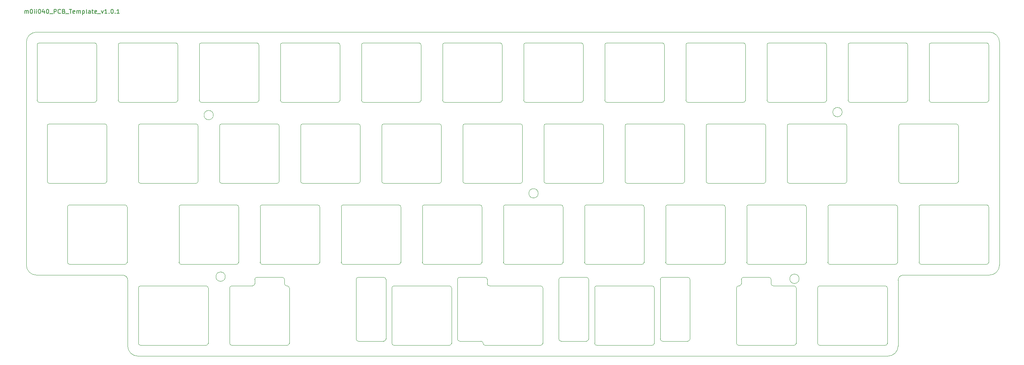
<source format=gbr>
%TF.GenerationSoftware,KiCad,Pcbnew,(7.0.0-0)*%
%TF.CreationDate,2023-04-18T10:09:11-04:00*%
%TF.ProjectId,plate,706c6174-652e-46b6-9963-61645f706362,rev?*%
%TF.SameCoordinates,Original*%
%TF.FileFunction,Profile,NP*%
%FSLAX46Y46*%
G04 Gerber Fmt 4.6, Leading zero omitted, Abs format (unit mm)*
G04 Created by KiCad (PCBNEW (7.0.0-0)) date 2023-04-18 10:09:11*
%MOMM*%
%LPD*%
G01*
G04 APERTURE LIST*
%ADD10C,0.150000*%
%TA.AperFunction,Profile*%
%ADD11C,0.010000*%
%TD*%
%TA.AperFunction,Profile*%
%ADD12C,0.100000*%
%TD*%
G04 APERTURE END LIST*
D10*
%TO.C,REF\u002A\u002A*%
X35795387Y-60379880D02*
X35795387Y-59713214D01*
X35795387Y-59808452D02*
X35843006Y-59760833D01*
X35843006Y-59760833D02*
X35938244Y-59713214D01*
X35938244Y-59713214D02*
X36081101Y-59713214D01*
X36081101Y-59713214D02*
X36176339Y-59760833D01*
X36176339Y-59760833D02*
X36223958Y-59856071D01*
X36223958Y-59856071D02*
X36223958Y-60379880D01*
X36223958Y-59856071D02*
X36271577Y-59760833D01*
X36271577Y-59760833D02*
X36366815Y-59713214D01*
X36366815Y-59713214D02*
X36509672Y-59713214D01*
X36509672Y-59713214D02*
X36604911Y-59760833D01*
X36604911Y-59760833D02*
X36652530Y-59856071D01*
X36652530Y-59856071D02*
X36652530Y-60379880D01*
X37319196Y-59379880D02*
X37414434Y-59379880D01*
X37414434Y-59379880D02*
X37509672Y-59427500D01*
X37509672Y-59427500D02*
X37557291Y-59475119D01*
X37557291Y-59475119D02*
X37604910Y-59570357D01*
X37604910Y-59570357D02*
X37652529Y-59760833D01*
X37652529Y-59760833D02*
X37652529Y-59998928D01*
X37652529Y-59998928D02*
X37604910Y-60189404D01*
X37604910Y-60189404D02*
X37557291Y-60284642D01*
X37557291Y-60284642D02*
X37509672Y-60332261D01*
X37509672Y-60332261D02*
X37414434Y-60379880D01*
X37414434Y-60379880D02*
X37319196Y-60379880D01*
X37319196Y-60379880D02*
X37223958Y-60332261D01*
X37223958Y-60332261D02*
X37176339Y-60284642D01*
X37176339Y-60284642D02*
X37128720Y-60189404D01*
X37128720Y-60189404D02*
X37081101Y-59998928D01*
X37081101Y-59998928D02*
X37081101Y-59760833D01*
X37081101Y-59760833D02*
X37128720Y-59570357D01*
X37128720Y-59570357D02*
X37176339Y-59475119D01*
X37176339Y-59475119D02*
X37223958Y-59427500D01*
X37223958Y-59427500D02*
X37319196Y-59379880D01*
X38081101Y-60379880D02*
X38081101Y-59713214D01*
X38081101Y-59379880D02*
X38033482Y-59427500D01*
X38033482Y-59427500D02*
X38081101Y-59475119D01*
X38081101Y-59475119D02*
X38128720Y-59427500D01*
X38128720Y-59427500D02*
X38081101Y-59379880D01*
X38081101Y-59379880D02*
X38081101Y-59475119D01*
X38557291Y-60379880D02*
X38557291Y-59713214D01*
X38557291Y-59379880D02*
X38509672Y-59427500D01*
X38509672Y-59427500D02*
X38557291Y-59475119D01*
X38557291Y-59475119D02*
X38604910Y-59427500D01*
X38604910Y-59427500D02*
X38557291Y-59379880D01*
X38557291Y-59379880D02*
X38557291Y-59475119D01*
X39223957Y-59379880D02*
X39319195Y-59379880D01*
X39319195Y-59379880D02*
X39414433Y-59427500D01*
X39414433Y-59427500D02*
X39462052Y-59475119D01*
X39462052Y-59475119D02*
X39509671Y-59570357D01*
X39509671Y-59570357D02*
X39557290Y-59760833D01*
X39557290Y-59760833D02*
X39557290Y-59998928D01*
X39557290Y-59998928D02*
X39509671Y-60189404D01*
X39509671Y-60189404D02*
X39462052Y-60284642D01*
X39462052Y-60284642D02*
X39414433Y-60332261D01*
X39414433Y-60332261D02*
X39319195Y-60379880D01*
X39319195Y-60379880D02*
X39223957Y-60379880D01*
X39223957Y-60379880D02*
X39128719Y-60332261D01*
X39128719Y-60332261D02*
X39081100Y-60284642D01*
X39081100Y-60284642D02*
X39033481Y-60189404D01*
X39033481Y-60189404D02*
X38985862Y-59998928D01*
X38985862Y-59998928D02*
X38985862Y-59760833D01*
X38985862Y-59760833D02*
X39033481Y-59570357D01*
X39033481Y-59570357D02*
X39081100Y-59475119D01*
X39081100Y-59475119D02*
X39128719Y-59427500D01*
X39128719Y-59427500D02*
X39223957Y-59379880D01*
X40414433Y-59713214D02*
X40414433Y-60379880D01*
X40176338Y-59332261D02*
X39938243Y-60046547D01*
X39938243Y-60046547D02*
X40557290Y-60046547D01*
X41128719Y-59379880D02*
X41223957Y-59379880D01*
X41223957Y-59379880D02*
X41319195Y-59427500D01*
X41319195Y-59427500D02*
X41366814Y-59475119D01*
X41366814Y-59475119D02*
X41414433Y-59570357D01*
X41414433Y-59570357D02*
X41462052Y-59760833D01*
X41462052Y-59760833D02*
X41462052Y-59998928D01*
X41462052Y-59998928D02*
X41414433Y-60189404D01*
X41414433Y-60189404D02*
X41366814Y-60284642D01*
X41366814Y-60284642D02*
X41319195Y-60332261D01*
X41319195Y-60332261D02*
X41223957Y-60379880D01*
X41223957Y-60379880D02*
X41128719Y-60379880D01*
X41128719Y-60379880D02*
X41033481Y-60332261D01*
X41033481Y-60332261D02*
X40985862Y-60284642D01*
X40985862Y-60284642D02*
X40938243Y-60189404D01*
X40938243Y-60189404D02*
X40890624Y-59998928D01*
X40890624Y-59998928D02*
X40890624Y-59760833D01*
X40890624Y-59760833D02*
X40938243Y-59570357D01*
X40938243Y-59570357D02*
X40985862Y-59475119D01*
X40985862Y-59475119D02*
X41033481Y-59427500D01*
X41033481Y-59427500D02*
X41128719Y-59379880D01*
X41652529Y-60475119D02*
X42414433Y-60475119D01*
X42652529Y-60379880D02*
X42652529Y-59379880D01*
X42652529Y-59379880D02*
X43033481Y-59379880D01*
X43033481Y-59379880D02*
X43128719Y-59427500D01*
X43128719Y-59427500D02*
X43176338Y-59475119D01*
X43176338Y-59475119D02*
X43223957Y-59570357D01*
X43223957Y-59570357D02*
X43223957Y-59713214D01*
X43223957Y-59713214D02*
X43176338Y-59808452D01*
X43176338Y-59808452D02*
X43128719Y-59856071D01*
X43128719Y-59856071D02*
X43033481Y-59903690D01*
X43033481Y-59903690D02*
X42652529Y-59903690D01*
X44223957Y-60284642D02*
X44176338Y-60332261D01*
X44176338Y-60332261D02*
X44033481Y-60379880D01*
X44033481Y-60379880D02*
X43938243Y-60379880D01*
X43938243Y-60379880D02*
X43795386Y-60332261D01*
X43795386Y-60332261D02*
X43700148Y-60237023D01*
X43700148Y-60237023D02*
X43652529Y-60141785D01*
X43652529Y-60141785D02*
X43604910Y-59951309D01*
X43604910Y-59951309D02*
X43604910Y-59808452D01*
X43604910Y-59808452D02*
X43652529Y-59617976D01*
X43652529Y-59617976D02*
X43700148Y-59522738D01*
X43700148Y-59522738D02*
X43795386Y-59427500D01*
X43795386Y-59427500D02*
X43938243Y-59379880D01*
X43938243Y-59379880D02*
X44033481Y-59379880D01*
X44033481Y-59379880D02*
X44176338Y-59427500D01*
X44176338Y-59427500D02*
X44223957Y-59475119D01*
X44985862Y-59856071D02*
X45128719Y-59903690D01*
X45128719Y-59903690D02*
X45176338Y-59951309D01*
X45176338Y-59951309D02*
X45223957Y-60046547D01*
X45223957Y-60046547D02*
X45223957Y-60189404D01*
X45223957Y-60189404D02*
X45176338Y-60284642D01*
X45176338Y-60284642D02*
X45128719Y-60332261D01*
X45128719Y-60332261D02*
X45033481Y-60379880D01*
X45033481Y-60379880D02*
X44652529Y-60379880D01*
X44652529Y-60379880D02*
X44652529Y-59379880D01*
X44652529Y-59379880D02*
X44985862Y-59379880D01*
X44985862Y-59379880D02*
X45081100Y-59427500D01*
X45081100Y-59427500D02*
X45128719Y-59475119D01*
X45128719Y-59475119D02*
X45176338Y-59570357D01*
X45176338Y-59570357D02*
X45176338Y-59665595D01*
X45176338Y-59665595D02*
X45128719Y-59760833D01*
X45128719Y-59760833D02*
X45081100Y-59808452D01*
X45081100Y-59808452D02*
X44985862Y-59856071D01*
X44985862Y-59856071D02*
X44652529Y-59856071D01*
X45414434Y-60475119D02*
X46176338Y-60475119D01*
X46271577Y-59379880D02*
X46843005Y-59379880D01*
X46557291Y-60379880D02*
X46557291Y-59379880D01*
X47557291Y-60332261D02*
X47462053Y-60379880D01*
X47462053Y-60379880D02*
X47271577Y-60379880D01*
X47271577Y-60379880D02*
X47176339Y-60332261D01*
X47176339Y-60332261D02*
X47128720Y-60237023D01*
X47128720Y-60237023D02*
X47128720Y-59856071D01*
X47128720Y-59856071D02*
X47176339Y-59760833D01*
X47176339Y-59760833D02*
X47271577Y-59713214D01*
X47271577Y-59713214D02*
X47462053Y-59713214D01*
X47462053Y-59713214D02*
X47557291Y-59760833D01*
X47557291Y-59760833D02*
X47604910Y-59856071D01*
X47604910Y-59856071D02*
X47604910Y-59951309D01*
X47604910Y-59951309D02*
X47128720Y-60046547D01*
X48033482Y-60379880D02*
X48033482Y-59713214D01*
X48033482Y-59808452D02*
X48081101Y-59760833D01*
X48081101Y-59760833D02*
X48176339Y-59713214D01*
X48176339Y-59713214D02*
X48319196Y-59713214D01*
X48319196Y-59713214D02*
X48414434Y-59760833D01*
X48414434Y-59760833D02*
X48462053Y-59856071D01*
X48462053Y-59856071D02*
X48462053Y-60379880D01*
X48462053Y-59856071D02*
X48509672Y-59760833D01*
X48509672Y-59760833D02*
X48604910Y-59713214D01*
X48604910Y-59713214D02*
X48747767Y-59713214D01*
X48747767Y-59713214D02*
X48843006Y-59760833D01*
X48843006Y-59760833D02*
X48890625Y-59856071D01*
X48890625Y-59856071D02*
X48890625Y-60379880D01*
X49366815Y-59713214D02*
X49366815Y-60713214D01*
X49366815Y-59760833D02*
X49462053Y-59713214D01*
X49462053Y-59713214D02*
X49652529Y-59713214D01*
X49652529Y-59713214D02*
X49747767Y-59760833D01*
X49747767Y-59760833D02*
X49795386Y-59808452D01*
X49795386Y-59808452D02*
X49843005Y-59903690D01*
X49843005Y-59903690D02*
X49843005Y-60189404D01*
X49843005Y-60189404D02*
X49795386Y-60284642D01*
X49795386Y-60284642D02*
X49747767Y-60332261D01*
X49747767Y-60332261D02*
X49652529Y-60379880D01*
X49652529Y-60379880D02*
X49462053Y-60379880D01*
X49462053Y-60379880D02*
X49366815Y-60332261D01*
X50414434Y-60379880D02*
X50319196Y-60332261D01*
X50319196Y-60332261D02*
X50271577Y-60237023D01*
X50271577Y-60237023D02*
X50271577Y-59379880D01*
X51223958Y-60379880D02*
X51223958Y-59856071D01*
X51223958Y-59856071D02*
X51176339Y-59760833D01*
X51176339Y-59760833D02*
X51081101Y-59713214D01*
X51081101Y-59713214D02*
X50890625Y-59713214D01*
X50890625Y-59713214D02*
X50795387Y-59760833D01*
X51223958Y-60332261D02*
X51128720Y-60379880D01*
X51128720Y-60379880D02*
X50890625Y-60379880D01*
X50890625Y-60379880D02*
X50795387Y-60332261D01*
X50795387Y-60332261D02*
X50747768Y-60237023D01*
X50747768Y-60237023D02*
X50747768Y-60141785D01*
X50747768Y-60141785D02*
X50795387Y-60046547D01*
X50795387Y-60046547D02*
X50890625Y-59998928D01*
X50890625Y-59998928D02*
X51128720Y-59998928D01*
X51128720Y-59998928D02*
X51223958Y-59951309D01*
X51557292Y-59713214D02*
X51938244Y-59713214D01*
X51700149Y-59379880D02*
X51700149Y-60237023D01*
X51700149Y-60237023D02*
X51747768Y-60332261D01*
X51747768Y-60332261D02*
X51843006Y-60379880D01*
X51843006Y-60379880D02*
X51938244Y-60379880D01*
X52652530Y-60332261D02*
X52557292Y-60379880D01*
X52557292Y-60379880D02*
X52366816Y-60379880D01*
X52366816Y-60379880D02*
X52271578Y-60332261D01*
X52271578Y-60332261D02*
X52223959Y-60237023D01*
X52223959Y-60237023D02*
X52223959Y-59856071D01*
X52223959Y-59856071D02*
X52271578Y-59760833D01*
X52271578Y-59760833D02*
X52366816Y-59713214D01*
X52366816Y-59713214D02*
X52557292Y-59713214D01*
X52557292Y-59713214D02*
X52652530Y-59760833D01*
X52652530Y-59760833D02*
X52700149Y-59856071D01*
X52700149Y-59856071D02*
X52700149Y-59951309D01*
X52700149Y-59951309D02*
X52223959Y-60046547D01*
X52890626Y-60475119D02*
X53652530Y-60475119D01*
X53795388Y-59713214D02*
X54033483Y-60379880D01*
X54033483Y-60379880D02*
X54271578Y-59713214D01*
X55176340Y-60379880D02*
X54604912Y-60379880D01*
X54890626Y-60379880D02*
X54890626Y-59379880D01*
X54890626Y-59379880D02*
X54795388Y-59522738D01*
X54795388Y-59522738D02*
X54700150Y-59617976D01*
X54700150Y-59617976D02*
X54604912Y-59665595D01*
X55604912Y-60284642D02*
X55652531Y-60332261D01*
X55652531Y-60332261D02*
X55604912Y-60379880D01*
X55604912Y-60379880D02*
X55557293Y-60332261D01*
X55557293Y-60332261D02*
X55604912Y-60284642D01*
X55604912Y-60284642D02*
X55604912Y-60379880D01*
X56271578Y-59379880D02*
X56366816Y-59379880D01*
X56366816Y-59379880D02*
X56462054Y-59427500D01*
X56462054Y-59427500D02*
X56509673Y-59475119D01*
X56509673Y-59475119D02*
X56557292Y-59570357D01*
X56557292Y-59570357D02*
X56604911Y-59760833D01*
X56604911Y-59760833D02*
X56604911Y-59998928D01*
X56604911Y-59998928D02*
X56557292Y-60189404D01*
X56557292Y-60189404D02*
X56509673Y-60284642D01*
X56509673Y-60284642D02*
X56462054Y-60332261D01*
X56462054Y-60332261D02*
X56366816Y-60379880D01*
X56366816Y-60379880D02*
X56271578Y-60379880D01*
X56271578Y-60379880D02*
X56176340Y-60332261D01*
X56176340Y-60332261D02*
X56128721Y-60284642D01*
X56128721Y-60284642D02*
X56081102Y-60189404D01*
X56081102Y-60189404D02*
X56033483Y-59998928D01*
X56033483Y-59998928D02*
X56033483Y-59760833D01*
X56033483Y-59760833D02*
X56081102Y-59570357D01*
X56081102Y-59570357D02*
X56128721Y-59475119D01*
X56128721Y-59475119D02*
X56176340Y-59427500D01*
X56176340Y-59427500D02*
X56271578Y-59379880D01*
X57033483Y-60284642D02*
X57081102Y-60332261D01*
X57081102Y-60332261D02*
X57033483Y-60379880D01*
X57033483Y-60379880D02*
X56985864Y-60332261D01*
X56985864Y-60332261D02*
X57033483Y-60284642D01*
X57033483Y-60284642D02*
X57033483Y-60379880D01*
X58033482Y-60379880D02*
X57462054Y-60379880D01*
X57747768Y-60379880D02*
X57747768Y-59379880D01*
X57747768Y-59379880D02*
X57652530Y-59522738D01*
X57652530Y-59522738D02*
X57557292Y-59617976D01*
X57557292Y-59617976D02*
X57462054Y-59665595D01*
D11*
X62512500Y-86850000D02*
X62512500Y-99850000D01*
X63012500Y-100350000D02*
X76012500Y-100350000D01*
X76012500Y-86350000D02*
X63012500Y-86350000D01*
X76512500Y-99850000D02*
X76512500Y-86850000D01*
X63012500Y-86350000D02*
G75*
G03*
X62512500Y-86850000I1J-500001D01*
G01*
X62512500Y-99850000D02*
G75*
G03*
X63012500Y-100350000I500001J1D01*
G01*
X76512500Y-86850000D02*
G75*
G03*
X76012500Y-86350000I-500000J0D01*
G01*
X76012500Y-100350000D02*
G75*
G03*
X76512500Y-99850000I0J500000D01*
G01*
X191100000Y-67800000D02*
X191100000Y-80800000D01*
X191600000Y-81300000D02*
X204600000Y-81300000D01*
X204600000Y-67300000D02*
X191600000Y-67300000D01*
X205100000Y-80800000D02*
X205100000Y-67800000D01*
X191600000Y-67300000D02*
G75*
G03*
X191100000Y-67800000I1J-500001D01*
G01*
X191100000Y-80800000D02*
G75*
G03*
X191600000Y-81300000I500001J1D01*
G01*
X205100000Y-67800000D02*
G75*
G03*
X204600000Y-67300000I-500000J0D01*
G01*
X204600000Y-81300000D02*
G75*
G03*
X205100000Y-80800000I0J500000D01*
G01*
X153000000Y-67800000D02*
X153000000Y-80800000D01*
X153500000Y-81300000D02*
X166500000Y-81300000D01*
X166500000Y-67300000D02*
X153500000Y-67300000D01*
X167000000Y-80800000D02*
X167000000Y-67800000D01*
X153500000Y-67300000D02*
G75*
G03*
X153000000Y-67800000I1J-500001D01*
G01*
X153000000Y-80800000D02*
G75*
G03*
X153500000Y-81300000I500001J1D01*
G01*
X167000000Y-67800000D02*
G75*
G03*
X166500000Y-67300000I-500000J0D01*
G01*
X166500000Y-81300000D02*
G75*
G03*
X167000000Y-80800000I0J500000D01*
G01*
X176812500Y-86850000D02*
X176812500Y-99850000D01*
X177312500Y-100350000D02*
X190312500Y-100350000D01*
X190312500Y-86350000D02*
X177312500Y-86350000D01*
X190812500Y-99850000D02*
X190812500Y-86850000D01*
X177312500Y-86350000D02*
G75*
G03*
X176812500Y-86850000I1J-500001D01*
G01*
X176812500Y-99850000D02*
G75*
G03*
X177312500Y-100350000I500001J1D01*
G01*
X190812500Y-86850000D02*
G75*
G03*
X190312500Y-86350000I-500000J0D01*
G01*
X190312500Y-100350000D02*
G75*
G03*
X190812500Y-99850000I0J500000D01*
G01*
X157762500Y-86850000D02*
X157762500Y-99850000D01*
X158262500Y-100350000D02*
X171262500Y-100350000D01*
X171262500Y-86350000D02*
X158262500Y-86350000D01*
X171762500Y-99850000D02*
X171762500Y-86850000D01*
X158262500Y-86350000D02*
G75*
G03*
X157762500Y-86850000I1J-500001D01*
G01*
X157762500Y-99850000D02*
G75*
G03*
X158262500Y-100350000I500001J1D01*
G01*
X171762500Y-86850000D02*
G75*
G03*
X171262500Y-86350000I-500000J0D01*
G01*
X171262500Y-100350000D02*
G75*
G03*
X171762500Y-99850000I0J500000D01*
G01*
D12*
X36175000Y-67156250D02*
X36175000Y-119543750D01*
X38556250Y-121925000D02*
X58796875Y-121925000D01*
X59987500Y-123115625D02*
X59987500Y-138593750D01*
X62368750Y-140975000D02*
X238581250Y-140975000D01*
X240962500Y-138593750D02*
X240962500Y-123115625D01*
X242153125Y-121925000D02*
X262393750Y-121925000D01*
X262393750Y-64775000D02*
X38556250Y-64775000D01*
X264775000Y-119543750D02*
X264775000Y-67156250D01*
X38556250Y-64775000D02*
G75*
G03*
X36175000Y-67156250I0J-2381250D01*
G01*
X36175000Y-119543750D02*
G75*
G03*
X38556250Y-121925000I2381250J0D01*
G01*
X59987500Y-123115625D02*
G75*
G03*
X58796875Y-121925000I-1190600J25D01*
G01*
X59987500Y-138593750D02*
G75*
G03*
X62368750Y-140975000I2381250J0D01*
G01*
X242153125Y-121925000D02*
G75*
G03*
X240962500Y-123115625I-25J-1190600D01*
G01*
X238581250Y-140975000D02*
G75*
G03*
X240962500Y-138593750I-50J2381300D01*
G01*
X264775000Y-67156250D02*
G75*
G03*
X262393750Y-64775000I-2381300J-50D01*
G01*
X262393750Y-121925000D02*
G75*
G03*
X264775000Y-119543750I-50J2381300D01*
G01*
X80109958Y-84289904D02*
G75*
G03*
X80109958Y-84289904I-1100000J0D01*
G01*
X82909958Y-122289904D02*
G75*
G03*
X82909958Y-122289904I-1100000J0D01*
G01*
X156409958Y-102689904D02*
G75*
G03*
X156409958Y-102689904I-1100000J0D01*
G01*
X217709958Y-122789904D02*
G75*
G03*
X217709958Y-122789904I-1100000J0D01*
G01*
X227809958Y-83589904D02*
G75*
G03*
X227809958Y-83589904I-1100000J0D01*
G01*
D11*
X248250000Y-67800000D02*
X248250000Y-80800000D01*
X248750000Y-81300000D02*
X261750000Y-81300000D01*
X261750000Y-67300000D02*
X248750000Y-67300000D01*
X262250000Y-80800000D02*
X262250000Y-67800000D01*
X248750000Y-67300000D02*
G75*
G03*
X248250000Y-67800000I1J-500001D01*
G01*
X248250000Y-80800000D02*
G75*
G03*
X248750000Y-81300000I500001J1D01*
G01*
X262250000Y-67800000D02*
G75*
G03*
X261750000Y-67300000I-500000J0D01*
G01*
X261750000Y-81300000D02*
G75*
G03*
X262250000Y-80800000I0J500000D01*
G01*
X133950000Y-67800000D02*
X133950000Y-80800000D01*
X134450000Y-81300000D02*
X147450000Y-81300000D01*
X147450000Y-67300000D02*
X134450000Y-67300000D01*
X147950000Y-80800000D02*
X147950000Y-67800000D01*
X134450000Y-67300000D02*
G75*
G03*
X133950000Y-67800000I1J-500001D01*
G01*
X133950000Y-80800000D02*
G75*
G03*
X134450000Y-81300000I500001J1D01*
G01*
X147950000Y-67800000D02*
G75*
G03*
X147450000Y-67300000I-500000J0D01*
G01*
X147450000Y-81300000D02*
G75*
G03*
X147950000Y-80800000I0J500000D01*
G01*
X91087500Y-105900000D02*
X91087500Y-118900000D01*
X91587500Y-119400000D02*
X104587500Y-119400000D01*
X104587500Y-105400000D02*
X91587500Y-105400000D01*
X105087500Y-118900000D02*
X105087500Y-105900000D01*
X91587500Y-105400000D02*
G75*
G03*
X91087500Y-105900000I1J-500001D01*
G01*
X91087500Y-118900000D02*
G75*
G03*
X91587500Y-119400000I500001J1D01*
G01*
X105087500Y-105900000D02*
G75*
G03*
X104587500Y-105400000I-500000J0D01*
G01*
X104587500Y-119400000D02*
G75*
G03*
X105087500Y-118900000I0J500000D01*
G01*
X148237500Y-105900000D02*
X148237500Y-118900000D01*
X148737500Y-119400000D02*
X161737500Y-119400000D01*
X161737500Y-105400000D02*
X148737500Y-105400000D01*
X162237500Y-118900000D02*
X162237500Y-105900000D01*
X148737500Y-105400000D02*
G75*
G03*
X148237500Y-105900000I1J-500001D01*
G01*
X148237500Y-118900000D02*
G75*
G03*
X148737500Y-119400000I500001J1D01*
G01*
X162237500Y-105900000D02*
G75*
G03*
X161737500Y-105400000I-500000J0D01*
G01*
X161737500Y-119400000D02*
G75*
G03*
X162237500Y-118900000I0J500000D01*
G01*
X41081250Y-86850000D02*
X41081250Y-99850000D01*
X41581250Y-100350000D02*
X54581250Y-100350000D01*
X54581250Y-86350000D02*
X41581250Y-86350000D01*
X55081250Y-99850000D02*
X55081250Y-86850000D01*
X41581250Y-86350000D02*
G75*
G03*
X41081250Y-86850000I1J-500001D01*
G01*
X41081250Y-99850000D02*
G75*
G03*
X41581250Y-100350000I500001J1D01*
G01*
X55081250Y-86850000D02*
G75*
G03*
X54581250Y-86350000I-500000J0D01*
G01*
X54581250Y-100350000D02*
G75*
G03*
X55081250Y-99850000I0J500000D01*
G01*
X195862500Y-86850000D02*
X195862500Y-99850000D01*
X196362500Y-100350000D02*
X209362500Y-100350000D01*
X209362500Y-86350000D02*
X196362500Y-86350000D01*
X209862500Y-99850000D02*
X209862500Y-86850000D01*
X196362500Y-86350000D02*
G75*
G03*
X195862500Y-86850000I1J-500001D01*
G01*
X195862500Y-99850000D02*
G75*
G03*
X196362500Y-100350000I500001J1D01*
G01*
X209862500Y-86850000D02*
G75*
G03*
X209362500Y-86350000I-500000J0D01*
G01*
X209362500Y-100350000D02*
G75*
G03*
X209862500Y-99850000I0J500000D01*
G01*
X224437500Y-105900000D02*
X224437500Y-118900000D01*
X224937500Y-119400000D02*
X240318750Y-119400000D01*
X240318750Y-105400000D02*
X224937500Y-105400000D01*
X240818750Y-118900000D02*
X240818750Y-105900000D01*
X245868750Y-105900000D02*
X245868750Y-118900000D01*
X246368750Y-119400000D02*
X261750000Y-119400000D01*
X261750000Y-105400000D02*
X246368750Y-105400000D01*
X262250000Y-118900000D02*
X262250000Y-105900000D01*
X224937500Y-105400000D02*
G75*
G03*
X224437500Y-105900000I1J-500001D01*
G01*
X224437500Y-118900000D02*
G75*
G03*
X224937500Y-119400000I500001J1D01*
G01*
X240818750Y-105900000D02*
G75*
G03*
X240318750Y-105400000I-500000J0D01*
G01*
X240318750Y-119400000D02*
G75*
G03*
X240818750Y-118900000I0J500000D01*
G01*
X246368750Y-105400000D02*
G75*
G03*
X245868750Y-105900000I0J-500000D01*
G01*
X245868750Y-118900000D02*
G75*
G03*
X246368750Y-119400000I500000J0D01*
G01*
X262250050Y-105900000D02*
G75*
G03*
X261750000Y-105400000I-500100J-100D01*
G01*
X261750000Y-119399950D02*
G75*
G03*
X262250000Y-118900000I50J499950D01*
G01*
X76800000Y-67800000D02*
X76800000Y-80800000D01*
X77300000Y-81300000D02*
X90300000Y-81300000D01*
X90300000Y-67300000D02*
X77300000Y-67300000D01*
X90800000Y-80800000D02*
X90800000Y-67800000D01*
X77300000Y-67300000D02*
G75*
G03*
X76800000Y-67800000I1J-500001D01*
G01*
X76800000Y-80800000D02*
G75*
G03*
X77300000Y-81300000I500001J1D01*
G01*
X90800000Y-67800000D02*
G75*
G03*
X90300000Y-67300000I-500000J0D01*
G01*
X90300000Y-81300000D02*
G75*
G03*
X90800000Y-80800000I0J500000D01*
G01*
X45843750Y-105900000D02*
X45843750Y-118900000D01*
X46343750Y-119400000D02*
X59343750Y-119400000D01*
X59343750Y-105400000D02*
X46343750Y-105400000D01*
X59843750Y-118900000D02*
X59843750Y-105900000D01*
X46343750Y-105400000D02*
G75*
G03*
X45843750Y-105900000I1J-500001D01*
G01*
X45843750Y-118900000D02*
G75*
G03*
X46343750Y-119400000I500001J1D01*
G01*
X59843750Y-105900000D02*
G75*
G03*
X59343750Y-105400000I-500000J0D01*
G01*
X59343750Y-119400000D02*
G75*
G03*
X59843750Y-118900000I0J500000D01*
G01*
X229200000Y-67800000D02*
X229200000Y-80800000D01*
X229700000Y-81300000D02*
X242700000Y-81300000D01*
X242700000Y-67300000D02*
X229700000Y-67300000D01*
X243200000Y-80800000D02*
X243200000Y-67800000D01*
X229700000Y-67300000D02*
G75*
G03*
X229200000Y-67800000I1J-500001D01*
G01*
X229200000Y-80800000D02*
G75*
G03*
X229700000Y-81300000I500001J1D01*
G01*
X243200000Y-67800000D02*
G75*
G03*
X242700000Y-67300000I-500000J0D01*
G01*
X242700000Y-81300000D02*
G75*
G03*
X243200000Y-80800000I0J500000D01*
G01*
X210150000Y-67800000D02*
X210150000Y-80800000D01*
X210650000Y-81300000D02*
X223650000Y-81300000D01*
X223650000Y-67300000D02*
X210650000Y-67300000D01*
X224150000Y-80800000D02*
X224150000Y-67800000D01*
X210650000Y-67300000D02*
G75*
G03*
X210150000Y-67800000I1J-500001D01*
G01*
X210150000Y-80800000D02*
G75*
G03*
X210650000Y-81300000I500001J1D01*
G01*
X224150000Y-67800000D02*
G75*
G03*
X223650000Y-67300000I-500000J0D01*
G01*
X223650000Y-81300000D02*
G75*
G03*
X224150000Y-80800000I0J500000D01*
G01*
X100612500Y-86850000D02*
X100612500Y-99850000D01*
X101112500Y-100350000D02*
X114112500Y-100350000D01*
X114112500Y-86350000D02*
X101112500Y-86350000D01*
X114612500Y-99850000D02*
X114612500Y-86850000D01*
X101112500Y-86350000D02*
G75*
G03*
X100612500Y-86850000I1J-500001D01*
G01*
X100612500Y-99850000D02*
G75*
G03*
X101112500Y-100350000I500001J1D01*
G01*
X114612500Y-86850000D02*
G75*
G03*
X114112500Y-86350000I-500000J0D01*
G01*
X114112500Y-100350000D02*
G75*
G03*
X114612500Y-99850000I0J500000D01*
G01*
X110137500Y-105900000D02*
X110137500Y-118900000D01*
X110637500Y-119400000D02*
X123637500Y-119400000D01*
X123637500Y-105400000D02*
X110637500Y-105400000D01*
X124137500Y-118900000D02*
X124137500Y-105900000D01*
X110637500Y-105400000D02*
G75*
G03*
X110137500Y-105900000I1J-500001D01*
G01*
X110137500Y-118900000D02*
G75*
G03*
X110637500Y-119400000I500001J1D01*
G01*
X124137500Y-105900000D02*
G75*
G03*
X123637500Y-105400000I-500000J0D01*
G01*
X123637500Y-119400000D02*
G75*
G03*
X124137500Y-118900000I0J500000D01*
G01*
X167287500Y-105900000D02*
X167287500Y-118900000D01*
X167787500Y-119400000D02*
X180787500Y-119400000D01*
X180787500Y-105400000D02*
X167787500Y-105400000D01*
X181287500Y-118900000D02*
X181287500Y-105900000D01*
X167787500Y-105400000D02*
G75*
G03*
X167287500Y-105900000I1J-500001D01*
G01*
X167287500Y-118900000D02*
G75*
G03*
X167787500Y-119400000I500001J1D01*
G01*
X181287500Y-105900000D02*
G75*
G03*
X180787500Y-105400000I-500000J0D01*
G01*
X180787500Y-119400000D02*
G75*
G03*
X181287500Y-118900000I0J500000D01*
G01*
X129187500Y-105900000D02*
X129187500Y-118900000D01*
X129687500Y-119400000D02*
X142687500Y-119400000D01*
X142687500Y-105400000D02*
X129687500Y-105400000D01*
X143187500Y-118900000D02*
X143187500Y-105900000D01*
X129687500Y-105400000D02*
G75*
G03*
X129187500Y-105900000I1J-500001D01*
G01*
X129187500Y-118900000D02*
G75*
G03*
X129687500Y-119400000I500001J1D01*
G01*
X143187500Y-105900000D02*
G75*
G03*
X142687500Y-105400000I-500000J0D01*
G01*
X142687500Y-119400000D02*
G75*
G03*
X143187500Y-118900000I0J500000D01*
G01*
X38700000Y-67800000D02*
X38700000Y-80800000D01*
X39200000Y-81300000D02*
X52200000Y-81300000D01*
X52200000Y-67300000D02*
X39200000Y-67300000D01*
X52700000Y-80800000D02*
X52700000Y-67800000D01*
X39200000Y-67300000D02*
G75*
G03*
X38700000Y-67800000I1J-500001D01*
G01*
X38700000Y-80800000D02*
G75*
G03*
X39200000Y-81300000I500001J1D01*
G01*
X52700000Y-67800000D02*
G75*
G03*
X52200000Y-67300000I-500000J0D01*
G01*
X52200000Y-81300000D02*
G75*
G03*
X52700000Y-80800000I0J500000D01*
G01*
X57750000Y-67800000D02*
X57750000Y-80800000D01*
X58250000Y-81300000D02*
X71250000Y-81300000D01*
X71250000Y-67300000D02*
X58250000Y-67300000D01*
X71750000Y-80800000D02*
X71750000Y-67800000D01*
X58250000Y-67300000D02*
G75*
G03*
X57750000Y-67800000I1J-500001D01*
G01*
X57750000Y-80800000D02*
G75*
G03*
X58250000Y-81300000I500001J1D01*
G01*
X71750000Y-67800000D02*
G75*
G03*
X71250000Y-67300000I-500000J0D01*
G01*
X71250000Y-81300000D02*
G75*
G03*
X71750000Y-80800000I0J500000D01*
G01*
X119662500Y-86850000D02*
X119662500Y-99850000D01*
X120162500Y-100350000D02*
X133162500Y-100350000D01*
X133162500Y-86350000D02*
X120162500Y-86350000D01*
X133662500Y-99850000D02*
X133662500Y-86850000D01*
X120162500Y-86350000D02*
G75*
G03*
X119662500Y-86850000I1J-500001D01*
G01*
X119662500Y-99850000D02*
G75*
G03*
X120162500Y-100350000I500001J1D01*
G01*
X133662500Y-86850000D02*
G75*
G03*
X133162500Y-86350000I-500000J0D01*
G01*
X133162500Y-100350000D02*
G75*
G03*
X133662500Y-99850000I0J500000D01*
G01*
X172050000Y-67800000D02*
X172050000Y-80800000D01*
X172550000Y-81300000D02*
X185550000Y-81300000D01*
X185550000Y-67300000D02*
X172550000Y-67300000D01*
X186050000Y-80800000D02*
X186050000Y-67800000D01*
X172550000Y-67300000D02*
G75*
G03*
X172050000Y-67800000I1J-500001D01*
G01*
X172050000Y-80800000D02*
G75*
G03*
X172550000Y-81300000I500001J1D01*
G01*
X186050000Y-67800000D02*
G75*
G03*
X185550000Y-67300000I-500000J0D01*
G01*
X185550000Y-81300000D02*
G75*
G03*
X186050000Y-80800000I0J500000D01*
G01*
X72037500Y-105900000D02*
X72037500Y-118900000D01*
X72537500Y-119400000D02*
X85537500Y-119400000D01*
X85537500Y-105400000D02*
X72537500Y-105400000D01*
X86037500Y-118900000D02*
X86037500Y-105900000D01*
X72537500Y-105400000D02*
G75*
G03*
X72037500Y-105900000I1J-500001D01*
G01*
X72037500Y-118900000D02*
G75*
G03*
X72537500Y-119400000I500001J1D01*
G01*
X86037500Y-105900000D02*
G75*
G03*
X85537500Y-105400000I-500000J0D01*
G01*
X85537500Y-119400000D02*
G75*
G03*
X86037500Y-118900000I0J500000D01*
G01*
X95850000Y-67800000D02*
X95850000Y-80800000D01*
X96350000Y-81300000D02*
X109350000Y-81300000D01*
X109350000Y-67300000D02*
X96350000Y-67300000D01*
X109850000Y-80800000D02*
X109850000Y-67800000D01*
X96350000Y-67300000D02*
G75*
G03*
X95850000Y-67800000I1J-500001D01*
G01*
X95850000Y-80800000D02*
G75*
G03*
X96350000Y-81300000I500001J1D01*
G01*
X109850000Y-67800000D02*
G75*
G03*
X109350000Y-67300000I-500000J0D01*
G01*
X109350000Y-81300000D02*
G75*
G03*
X109850000Y-80800000I0J500000D01*
G01*
X186337500Y-105900000D02*
X186337500Y-118900000D01*
X186837500Y-119400000D02*
X199837500Y-119400000D01*
X199837500Y-105400000D02*
X186837500Y-105400000D01*
X200337500Y-118900000D02*
X200337500Y-105900000D01*
X186837500Y-105400000D02*
G75*
G03*
X186337500Y-105900000I1J-500001D01*
G01*
X186337500Y-118900000D02*
G75*
G03*
X186837500Y-119400000I500001J1D01*
G01*
X200337500Y-105900000D02*
G75*
G03*
X199837500Y-105400000I-500000J0D01*
G01*
X199837500Y-119400000D02*
G75*
G03*
X200337500Y-118900000I0J500000D01*
G01*
X138712500Y-86850000D02*
X138712500Y-99850000D01*
X139212500Y-100350000D02*
X152212500Y-100350000D01*
X152212500Y-86350000D02*
X139212500Y-86350000D01*
X152712500Y-99850000D02*
X152712500Y-86850000D01*
X139212500Y-86350000D02*
G75*
G03*
X138712500Y-86850000I1J-500001D01*
G01*
X138712500Y-99850000D02*
G75*
G03*
X139212500Y-100350000I500001J1D01*
G01*
X152712500Y-86850000D02*
G75*
G03*
X152212500Y-86350000I-500000J0D01*
G01*
X152212500Y-100350000D02*
G75*
G03*
X152712500Y-99850000I0J500000D01*
G01*
X62512500Y-124950000D02*
X62512500Y-137950000D01*
X63012500Y-138450000D02*
X78393750Y-138450000D01*
X78393750Y-124450000D02*
X63012500Y-124450000D01*
X78893750Y-137950000D02*
X78893750Y-124950000D01*
X83943750Y-124950000D02*
X83943750Y-137950000D01*
X84443750Y-138450000D02*
X97443750Y-138450000D01*
X89325000Y-124450000D02*
X84443750Y-124450000D01*
X89825000Y-123950000D02*
X89825000Y-122950000D01*
X90325000Y-122450000D02*
X96325000Y-122450000D01*
X96825000Y-122950000D02*
X96825000Y-123950000D01*
X97443750Y-124450000D02*
X97325000Y-124450000D01*
X97943750Y-137950000D02*
X97943750Y-124950000D01*
X113637500Y-136950000D02*
X113637500Y-122950000D01*
X114137500Y-122450000D02*
X120137500Y-122450000D01*
X120137500Y-137450000D02*
X114137500Y-137450000D01*
X120637500Y-122950000D02*
X120637500Y-136950000D01*
X122043750Y-137950000D02*
X122043750Y-124950000D01*
X122543750Y-124450000D02*
X135543750Y-124450000D01*
X135543750Y-138450000D02*
X122543750Y-138450000D01*
X136043750Y-124950000D02*
X136043750Y-137950000D01*
X137450000Y-136950000D02*
X137450000Y-122950000D01*
X137950000Y-122450000D02*
X143950000Y-122450000D01*
X142975000Y-137450000D02*
X137950000Y-137450000D01*
X143475000Y-137950000D02*
X143475000Y-137950000D01*
X144450000Y-122950000D02*
X144450000Y-123950000D01*
X144950000Y-124450000D02*
X156975000Y-124450000D01*
X156975000Y-138450000D02*
X143975000Y-138450000D01*
X157475000Y-124950000D02*
X157475000Y-137950000D01*
X161262500Y-136950000D02*
X161262500Y-122950000D01*
X161762500Y-122450000D02*
X167762500Y-122450000D01*
X167762500Y-137450000D02*
X161762500Y-137450000D01*
X168262500Y-122950000D02*
X168262500Y-136950000D01*
X169668750Y-137950000D02*
X169668750Y-124950000D01*
X170168750Y-124450000D02*
X183168750Y-124450000D01*
X183168750Y-138450000D02*
X170168750Y-138450000D01*
X183668750Y-124950000D02*
X183668750Y-137950000D01*
X185075000Y-136950000D02*
X185075000Y-122950000D01*
X185575000Y-122450000D02*
X191575000Y-122450000D01*
X191575000Y-137450000D02*
X185575000Y-137450000D01*
X192075000Y-122950000D02*
X192075000Y-136950000D01*
X203006250Y-124950000D02*
X203006250Y-137950000D01*
X203506250Y-138450000D02*
X216506250Y-138450000D01*
X203625000Y-124450000D02*
X203506250Y-124450000D01*
X204125000Y-123950000D02*
X204125000Y-122950000D01*
X204625000Y-122450000D02*
X210625000Y-122450000D01*
X211125000Y-122950000D02*
X211125000Y-123950000D01*
X216506250Y-124450000D02*
X211625000Y-124450000D01*
X217006250Y-137950000D02*
X217006250Y-124950000D01*
X222056250Y-124950000D02*
X222056250Y-137950000D01*
X222556250Y-138450000D02*
X237937500Y-138450000D01*
X237937500Y-124450000D02*
X222556250Y-124450000D01*
X238437500Y-137950000D02*
X238437500Y-124950000D01*
X63012500Y-124450000D02*
G75*
G03*
X62512500Y-124950000I1J-500001D01*
G01*
X62512500Y-137950000D02*
G75*
G03*
X63012500Y-138450000I500001J1D01*
G01*
X78893750Y-124950000D02*
G75*
G03*
X78393750Y-124450000I-500001J-1D01*
G01*
X78393750Y-138450000D02*
G75*
G03*
X78893750Y-137950000I-1J500001D01*
G01*
X84443750Y-124450000D02*
G75*
G03*
X83943750Y-124950000I1J-500001D01*
G01*
X83943750Y-137950000D02*
G75*
G03*
X84443750Y-138450000I500001J1D01*
G01*
X90325000Y-122450000D02*
G75*
G03*
X89825000Y-122950000I1J-500001D01*
G01*
X89325000Y-124450000D02*
G75*
G03*
X89825000Y-123950000I-1J500001D01*
G01*
X96825000Y-122950000D02*
G75*
G03*
X96325001Y-122449999I-500000J1D01*
G01*
X96825000Y-123950000D02*
G75*
G03*
X97325000Y-124450000I500001J1D01*
G01*
X97943750Y-124950000D02*
G75*
G03*
X97443750Y-124450000I-500001J-1D01*
G01*
X97443750Y-138450000D02*
G75*
G03*
X97943750Y-137950000I-1J500001D01*
G01*
X114137500Y-122450000D02*
G75*
G03*
X113637500Y-122950000I1J-500001D01*
G01*
X113637500Y-136950000D02*
G75*
G03*
X114137500Y-137450000I500001J1D01*
G01*
X120637500Y-122950000D02*
G75*
G03*
X120137500Y-122450000I-500001J-1D01*
G01*
X120137500Y-137450000D02*
G75*
G03*
X120637500Y-136950000I-1J500001D01*
G01*
X122543750Y-124450000D02*
G75*
G03*
X122043750Y-124950000I1J-500001D01*
G01*
X122043750Y-137950000D02*
G75*
G03*
X122543750Y-138450000I500001J1D01*
G01*
X136043750Y-124950000D02*
G75*
G03*
X135543750Y-124450000I-500000J0D01*
G01*
X135543750Y-138450000D02*
G75*
G03*
X136043750Y-137950000I0J500000D01*
G01*
X137950000Y-122449999D02*
G75*
G03*
X137449999Y-122949999I30J-500031D01*
G01*
X137450049Y-136950000D02*
G75*
G03*
X137949999Y-137450001I499901J-100D01*
G01*
X143474950Y-137950000D02*
G75*
G03*
X142975000Y-137450000I-500000J0D01*
G01*
X144450050Y-122950000D02*
G75*
G03*
X143950000Y-122450000I-500100J-100D01*
G01*
X143474950Y-137950000D02*
G75*
G03*
X143975000Y-138450000I500100J100D01*
G01*
X144450050Y-123950000D02*
G75*
G03*
X144950000Y-124450000I500000J0D01*
G01*
X157475050Y-124950000D02*
G75*
G03*
X156975000Y-124450000I-500100J-100D01*
G01*
X156975000Y-138449950D02*
G75*
G03*
X157475000Y-137950000I50J499950D01*
G01*
X161762500Y-122450050D02*
G75*
G03*
X161262500Y-122950000I-50J-499950D01*
G01*
X161262450Y-136950000D02*
G75*
G03*
X161762500Y-137450000I500100J100D01*
G01*
X168262550Y-122950000D02*
G75*
G03*
X167762500Y-122450000I-500100J-100D01*
G01*
X167762500Y-137449950D02*
G75*
G03*
X168262500Y-136950000I50J499950D01*
G01*
X170168750Y-124450000D02*
G75*
G03*
X169668750Y-124950000I0J-500000D01*
G01*
X169668750Y-137950000D02*
G75*
G03*
X170168750Y-138450000I500000J0D01*
G01*
X183668750Y-124950000D02*
G75*
G03*
X183168750Y-124450000I-500000J0D01*
G01*
X183168750Y-138450000D02*
G75*
G03*
X183668750Y-137950000I0J500000D01*
G01*
X185575000Y-122449949D02*
G75*
G03*
X185074999Y-122949999I50J-500051D01*
G01*
X185075049Y-136950000D02*
G75*
G03*
X185574999Y-137450001I499901J-100D01*
G01*
X192075050Y-122950000D02*
G75*
G03*
X191575000Y-122450000I-500100J-100D01*
G01*
X191575000Y-137450051D02*
G75*
G03*
X192075001Y-136950001I-50J500051D01*
G01*
X203506250Y-124450000D02*
G75*
G03*
X203006250Y-124950000I0J-500000D01*
G01*
X203006250Y-137950000D02*
G75*
G03*
X203506250Y-138450000I500000J0D01*
G01*
X204625000Y-122450050D02*
G75*
G03*
X204125000Y-122950000I-50J-499950D01*
G01*
X203625000Y-124450050D02*
G75*
G03*
X204125000Y-123950000I-50J500050D01*
G01*
X211124951Y-122950000D02*
G75*
G03*
X210625001Y-122449999I-499901J100D01*
G01*
X211125050Y-123950000D02*
G75*
G03*
X211625000Y-124450000I500000J0D01*
G01*
X217006250Y-124950000D02*
G75*
G03*
X216506250Y-124450000I-500000J0D01*
G01*
X216506250Y-138450000D02*
G75*
G03*
X217006250Y-137950000I0J500000D01*
G01*
X222556250Y-124450000D02*
G75*
G03*
X222056250Y-124950000I0J-500000D01*
G01*
X222056250Y-137950000D02*
G75*
G03*
X222556250Y-138450000I500000J0D01*
G01*
X238437550Y-124950000D02*
G75*
G03*
X237937500Y-124450000I-500100J-100D01*
G01*
X237937500Y-138449950D02*
G75*
G03*
X238437500Y-137950000I50J499950D01*
G01*
X214912500Y-86850000D02*
X214912500Y-99850000D01*
X215412500Y-100350000D02*
X228412500Y-100350000D01*
X228412500Y-86350000D02*
X215412500Y-86350000D01*
X228912500Y-99850000D02*
X228912500Y-86850000D01*
X215412500Y-86350000D02*
G75*
G03*
X214912500Y-86850000I1J-500001D01*
G01*
X214912500Y-99850000D02*
G75*
G03*
X215412500Y-100350000I500001J1D01*
G01*
X228912500Y-86850000D02*
G75*
G03*
X228412500Y-86350000I-500000J0D01*
G01*
X228412500Y-100350000D02*
G75*
G03*
X228912500Y-99850000I0J500000D01*
G01*
X81562500Y-86850000D02*
X81562500Y-99850000D01*
X82062500Y-100350000D02*
X95062500Y-100350000D01*
X95062500Y-86350000D02*
X82062500Y-86350000D01*
X95562500Y-99850000D02*
X95562500Y-86850000D01*
X82062500Y-86350000D02*
G75*
G03*
X81562500Y-86850000I1J-500001D01*
G01*
X81562500Y-99850000D02*
G75*
G03*
X82062500Y-100350000I500001J1D01*
G01*
X95562500Y-86850000D02*
G75*
G03*
X95062500Y-86350000I-500000J0D01*
G01*
X95062500Y-100350000D02*
G75*
G03*
X95562500Y-99850000I0J500000D01*
G01*
X241106250Y-86850000D02*
X241106250Y-99850000D01*
X241606250Y-100350000D02*
X254606250Y-100350000D01*
X254606250Y-86350000D02*
X241606250Y-86350000D01*
X255106250Y-99850000D02*
X255106250Y-86850000D01*
X241606250Y-86350000D02*
G75*
G03*
X241106250Y-86850000I1J-500001D01*
G01*
X241106250Y-99850000D02*
G75*
G03*
X241606250Y-100350000I500001J1D01*
G01*
X255106250Y-86850000D02*
G75*
G03*
X254606250Y-86350000I-500000J0D01*
G01*
X254606250Y-100350000D02*
G75*
G03*
X255106250Y-99850000I0J500000D01*
G01*
X114900000Y-67800000D02*
X114900000Y-80800000D01*
X115400000Y-81300000D02*
X128400000Y-81300000D01*
X128400000Y-67300000D02*
X115400000Y-67300000D01*
X128900000Y-80800000D02*
X128900000Y-67800000D01*
X115400000Y-67300000D02*
G75*
G03*
X114900000Y-67800000I1J-500001D01*
G01*
X114900000Y-80800000D02*
G75*
G03*
X115400000Y-81300000I500001J1D01*
G01*
X128900000Y-67800000D02*
G75*
G03*
X128400000Y-67300000I-500000J0D01*
G01*
X128400000Y-81300000D02*
G75*
G03*
X128900000Y-80800000I0J500000D01*
G01*
X205387500Y-105900000D02*
X205387500Y-118900000D01*
X205887500Y-119400000D02*
X218887500Y-119400000D01*
X218887500Y-105400000D02*
X205887500Y-105400000D01*
X219387500Y-118900000D02*
X219387500Y-105900000D01*
X205887500Y-105400000D02*
G75*
G03*
X205387500Y-105900000I1J-500001D01*
G01*
X205387500Y-118900000D02*
G75*
G03*
X205887500Y-119400000I500001J1D01*
G01*
X219387500Y-105900000D02*
G75*
G03*
X218887500Y-105400000I-500000J0D01*
G01*
X218887500Y-119400000D02*
G75*
G03*
X219387500Y-118900000I0J500000D01*
G01*
%TD*%
M02*

</source>
